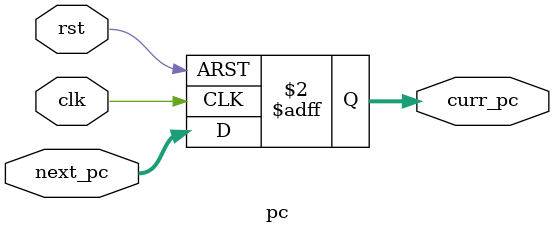
<source format=sv>


module pc
#(parameter int WIDTH = 32)
(
    input logic clk,
    input logic rst,
    input logic [WIDTH-1:0] next_pc, //calculated from the ctrl/branch/jump we do
    output logic [WIDTH-1:0] curr_pc, 
);

always_ff @(posedge clk or posedge rst) begin
    curr_pc <= next_pc;
    if(rst) curr_pc <= '0;
end
endmodule
</source>
